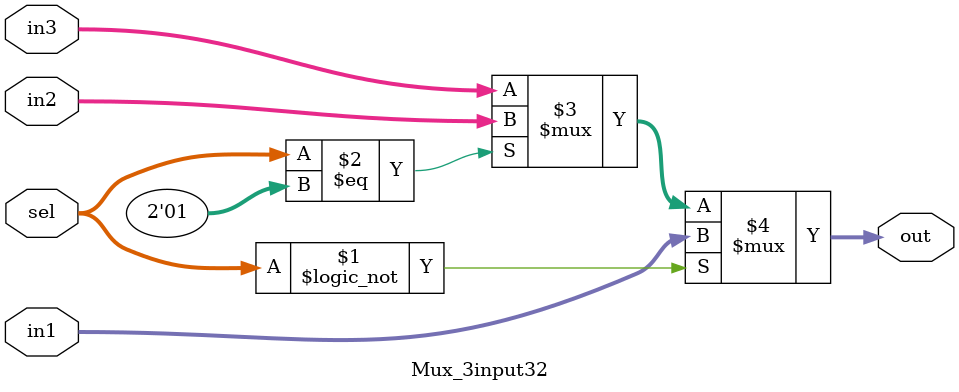
<source format=v>
module Mux_3input32 (in1, in2, in3, sel, out);
  input [31:0] in1, in2, in3;
  input [1:0] sel;
  output [31:0] out;

  assign out = (sel == 2'd0) ? in1 :
               (sel == 2'd1) ? in2 : in3;
endmodule // mux
</source>
